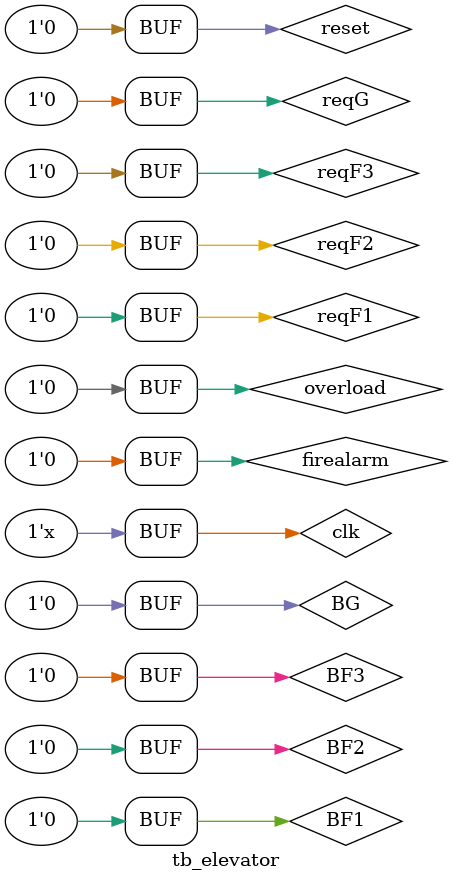
<source format=v>
`timescale 1ns / 1ps


module tb_elevator();
 reg clk, reset, BG, BF1, BF2, BF3, reqG, reqF1, reqF2, reqF3, overload, firealarm;
 wire door_closed, door_open;
 wire [1:0] prox;
 
 
 
 
 elevator dut (.clk(clk),.reset(reset),.BG(BG),.BF1(BF1),.BF2(BF2),.BF3(BF3),.reqG(reqG),.reqF1(reqF1),.reqF2(reqF2),
 .reqF3(reqF3),.overload(overload),.firealarm(firealarm),.door_open(door_open),.door_closed(door_closed),.prox(prox));
 
 
initial begin
clk = 0;
end
always #10 clk = ~clk;
initial begin
firealarm = 0;
overload = 0;
reset = 0; 
#5 reset = 1;
#5 reset = 0;
#20 BG = 0; BF1 = 0; BF2 = 1; BF3 = 0; reqG = 0; 
reqF1 = 0; reqF2 = 0; reqF3 = 0;
#20 BG = 0; BF1 = 0; BF2 = 0; BF3 = 0; reqG = 0; 
reqF1 = 0; reqF2 = 0; reqF3 = 0;
#20 overload = 1;
#20 BG = 0; BF1 = 0; BF2 = 0; BF3 = 0; reqG = 1; 
reqF1 = 0; reqF2 = 0; reqF3 = 0;
#20 BG = 0; BF1 = 0; BF2 = 0; BF3 = 0; reqG = 0; 
reqF1 = 0; reqF2 = 0; reqF3 = 0;
#40 overload = 0;
#100 reqF1 =1;
#40 reqF1 = 0;
#100 firealarm = 1;
#20 BF1 =1;
#20 BF1=0;
#160 firealarm = 0;
#40 BF3=1;
#80 BF3=0;
end



endmodule

</source>
